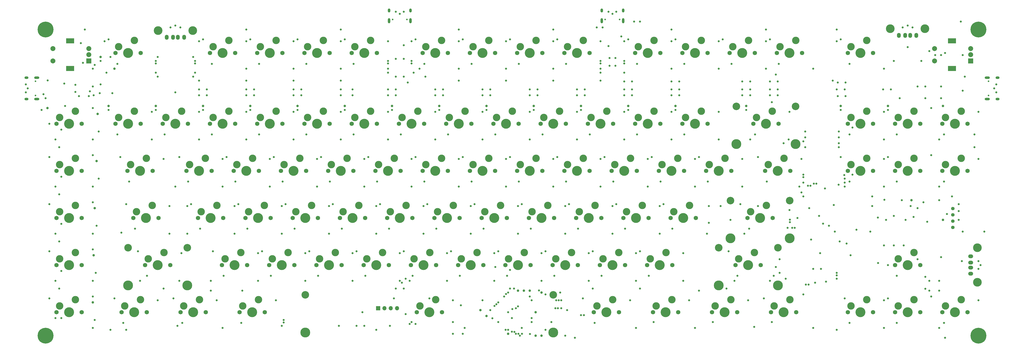
<source format=gts>
%TF.GenerationSoftware,KiCad,Pcbnew,(5.1.10)-1*%
%TF.CreationDate,2021-11-04T23:24:47-04:00*%
%TF.ProjectId,custom_keyboard (f103_ fe2.1),63757374-6f6d-45f6-9b65-79626f617264,rev?*%
%TF.SameCoordinates,Original*%
%TF.FileFunction,Soldermask,Top*%
%TF.FilePolarity,Negative*%
%FSLAX46Y46*%
G04 Gerber Fmt 4.6, Leading zero omitted, Abs format (unit mm)*
G04 Created by KiCad (PCBNEW (5.1.10)-1) date 2021-11-04 23:24:47*
%MOMM*%
%LPD*%
G01*
G04 APERTURE LIST*
%ADD10C,3.000000*%
%ADD11C,1.750000*%
%ADD12C,4.000000*%
%ADD13C,3.048000*%
%ADD14C,3.987800*%
%ADD15C,1.000000*%
%ADD16O,1.700000X1.700000*%
%ADD17R,1.700000X1.700000*%
%ADD18C,0.650000*%
%ADD19O,2.100000X1.000000*%
%ADD20O,1.600000X1.000000*%
%ADD21C,3.500000*%
%ADD22O,1.500000X2.000000*%
%ADD23O,1.000000X2.100000*%
%ADD24O,1.000000X1.600000*%
%ADD25O,2.000000X1.500000*%
%ADD26R,2.000000X2.000000*%
%ADD27C,2.000000*%
%ADD28R,3.200000X2.000000*%
%ADD29C,1.397000*%
%ADD30C,6.400000*%
%ADD31C,0.800000*%
G04 APERTURE END LIST*
D10*
%TO.C,MX84*%
X308114500Y-267952800D03*
X301764500Y-270492800D03*
D11*
X310654500Y-273032800D03*
X300494500Y-273032800D03*
D12*
X305574500Y-273032800D03*
%TD*%
D10*
%TO.C,MX14*%
X410501800Y-163184400D03*
X404151800Y-165724400D03*
D11*
X413041800Y-168264400D03*
X402881800Y-168264400D03*
D12*
X407961800Y-168264400D03*
%TD*%
D13*
%TO.C,MX64*%
X379421100Y-227950200D03*
X355545100Y-227950200D03*
D14*
X379421100Y-243190200D03*
X355545100Y-243190200D03*
D10*
X370023100Y-229855200D03*
X363673100Y-232395200D03*
D11*
X372563100Y-234935200D03*
X362403100Y-234935200D03*
D12*
X367483100Y-234935200D03*
%TD*%
D13*
%TO.C,MX83*%
X284135050Y-266073200D03*
D14*
X284135050Y-281313200D03*
D13*
X184135250Y-266073200D03*
D14*
X184135250Y-281313200D03*
D10*
X236681500Y-267952800D03*
X230331500Y-270492800D03*
D11*
X239221500Y-273032800D03*
X229061500Y-273032800D03*
D12*
X234141500Y-273032800D03*
%TD*%
D15*
%TO.C,BOOT1*%
X279382400Y-265095800D03*
%TD*%
%TO.C,BOOT0*%
X265889500Y-281763500D03*
%TD*%
D16*
%TO.C,J1*%
X221125300Y-271445400D03*
X218585300Y-271445400D03*
X216045300Y-271445400D03*
D17*
X213505300Y-271445400D03*
%TD*%
D15*
%TO.C,X2*%
X254777700Y-272239100D03*
%TD*%
%TO.C,X1*%
X257158800Y-274620200D03*
%TD*%
%TO.C,BKL5*%
X107149500Y-174614000D03*
%TD*%
%TO.C,5-7*%
X428598000Y-227791900D03*
%TD*%
%TO.C,1-4*%
X441297200Y-235728900D03*
%TD*%
%TO.C,ENCB2*%
X272239100Y-264302100D03*
%TD*%
%TO.C,COL1*%
X104768400Y-189694300D03*
%TD*%
%TO.C,COL2*%
X123817200Y-189694300D03*
%TD*%
%TO.C,COL14*%
X361927200Y-189694300D03*
%TD*%
%TO.C,KSDA1*%
X277001300Y-282557200D03*
%TD*%
%TO.C,KSCL1*%
X279382400Y-282557200D03*
%TD*%
%TO.C,BKL3*%
X277001300Y-273032800D03*
%TD*%
%TO.C,COL11*%
X295256400Y-189694300D03*
%TD*%
%TO.C,COL10*%
X276207600Y-189694300D03*
%TD*%
%TO.C,COL9*%
X257158800Y-189694300D03*
%TD*%
%TO.C,COL8*%
X238110000Y-189694300D03*
%TD*%
%TO.C,COL7*%
X219061200Y-189694300D03*
%TD*%
%TO.C,COL6*%
X200012400Y-189694300D03*
%TD*%
%TO.C,COL5*%
X180963600Y-189694300D03*
%TD*%
%TO.C,COL4*%
X161914800Y-189694300D03*
%TD*%
%TO.C,ENCB1*%
X274620200Y-264302100D03*
%TD*%
%TO.C,ENCA1*%
X269858000Y-264302100D03*
%TD*%
%TO.C,COL17*%
X441297200Y-189694300D03*
%TD*%
%TO.C,COL16*%
X419073600Y-189694300D03*
%TD*%
%TO.C,COL15*%
X400024800Y-189694300D03*
%TD*%
%TO.C,ROW0*%
X101593600Y-169851800D03*
%TD*%
%TO.C,ROW1*%
X100403050Y-192869100D03*
%TD*%
%TO.C,ROW2*%
X100006200Y-211917900D03*
%TD*%
%TO.C,ROW3*%
X99212500Y-230966700D03*
%TD*%
%TO.C,ROW4*%
X98815650Y-250015500D03*
%TD*%
%TO.C,ROW5*%
X98418800Y-269064300D03*
%TD*%
%TO.C,COL0*%
X80163700Y-190488000D03*
%TD*%
%TO.C,COL3*%
X142866000Y-189694300D03*
%TD*%
%TO.C,COL13*%
X333354000Y-189694300D03*
%TD*%
%TO.C,COL12*%
X314305200Y-189694300D03*
%TD*%
D10*
%TO.C,MX7*%
X258111400Y-163184400D03*
X251761400Y-165724400D03*
D11*
X260651400Y-168264400D03*
X250491400Y-168264400D03*
D12*
X255571400Y-168264400D03*
%TD*%
D10*
%TO.C,MX6*%
X239062600Y-163184400D03*
X232712600Y-165724400D03*
D11*
X241602600Y-168264400D03*
X231442600Y-168264400D03*
D12*
X236522600Y-168264400D03*
%TD*%
D18*
%TO.C,USB2*%
X75301900Y-179661000D03*
X75301900Y-185441000D03*
D19*
X75831900Y-186871000D03*
X75831900Y-178231000D03*
D20*
X71651900Y-186871000D03*
X71651900Y-178231000D03*
%TD*%
D21*
%TO.C,USB3*%
X124754200Y-159204800D03*
D22*
X135254200Y-161914800D03*
X132754200Y-161914800D03*
X130754200Y-161914800D03*
D21*
X138754200Y-159204800D03*
D22*
X128254200Y-161914800D03*
%TD*%
D21*
%TO.C,USB6*%
X420010600Y-158411100D03*
D22*
X430510600Y-161121100D03*
X428010600Y-161121100D03*
X426010600Y-161121100D03*
D21*
X434010600Y-158411100D03*
D22*
X423510600Y-161121100D03*
%TD*%
D10*
%TO.C,MX78*%
X429550600Y-248904000D03*
X423200600Y-251444000D03*
D11*
X432090600Y-253984000D03*
X421930600Y-253984000D03*
D12*
X427010600Y-253984000D03*
%TD*%
D10*
%TO.C,MX19*%
X172391800Y-191757600D03*
X166041800Y-194297600D03*
D11*
X174931800Y-196837600D03*
X164771800Y-196837600D03*
D12*
X169851800Y-196837600D03*
%TD*%
D18*
%TO.C,USB1*%
X225126000Y-154671900D03*
X219346000Y-154671900D03*
D23*
X217916000Y-155201900D03*
X226556000Y-155201900D03*
D24*
X217916000Y-151021900D03*
X226556000Y-151021900D03*
%TD*%
D21*
%TO.C,USB4*%
X455119000Y-246984000D03*
D25*
X452409000Y-257484000D03*
X452409000Y-254984000D03*
X452409000Y-252984000D03*
D21*
X455119000Y-260984000D03*
D25*
X452409000Y-250484000D03*
%TD*%
D10*
%TO.C,MX32*%
X448599400Y-191757600D03*
X442249400Y-194297600D03*
D11*
X451139400Y-196837600D03*
X440979400Y-196837600D03*
D12*
X446059400Y-196837600D03*
%TD*%
D18*
%TO.C,USB7*%
X459651900Y-185441000D03*
X459651900Y-179661000D03*
D19*
X459121900Y-178231000D03*
X459121900Y-186871000D03*
D20*
X463301900Y-178231000D03*
X463301900Y-186871000D03*
%TD*%
D26*
%TO.C,ROT1*%
X96831400Y-171439200D03*
D27*
X96831400Y-168939200D03*
X96831400Y-166439200D03*
D28*
X89331400Y-174539200D03*
X89331400Y-163339200D03*
D27*
X82331400Y-171439200D03*
X82331400Y-166439200D03*
%TD*%
D26*
%TO.C,ROT2*%
X452409000Y-171439200D03*
D27*
X452409000Y-168939200D03*
X452409000Y-166439200D03*
D28*
X444909000Y-174539200D03*
X444909000Y-163339200D03*
D27*
X437909000Y-171439200D03*
X437909000Y-166439200D03*
%TD*%
D18*
%TO.C,USB5*%
X310845600Y-154671900D03*
X305065600Y-154671900D03*
D23*
X303635600Y-155201900D03*
X312275600Y-155201900D03*
D24*
X303635600Y-151021900D03*
X312275600Y-151021900D03*
%TD*%
D29*
%TO.C,OL1*%
X445265700Y-238745200D03*
X445265700Y-236205200D03*
X445265700Y-233665200D03*
X445265700Y-231125200D03*
%TD*%
D10*
%TO.C,MX1*%
X115245400Y-163184400D03*
X108895400Y-165724400D03*
D11*
X117785400Y-168264400D03*
X107625400Y-168264400D03*
D12*
X112705400Y-168264400D03*
%TD*%
D10*
%TO.C,MX2*%
X153343000Y-163184400D03*
X146993000Y-165724400D03*
D11*
X155883000Y-168264400D03*
X145723000Y-168264400D03*
D12*
X150803000Y-168264400D03*
%TD*%
D10*
%TO.C,MX3*%
X172391800Y-163184400D03*
X166041800Y-165724400D03*
D11*
X174931800Y-168264400D03*
X164771800Y-168264400D03*
D12*
X169851800Y-168264400D03*
%TD*%
D10*
%TO.C,MX4*%
X191440600Y-163184400D03*
X185090600Y-165724400D03*
D11*
X193980600Y-168264400D03*
X183820600Y-168264400D03*
D12*
X188900600Y-168264400D03*
%TD*%
D10*
%TO.C,MX5*%
X210489400Y-163184400D03*
X204139400Y-165724400D03*
D11*
X213029400Y-168264400D03*
X202869400Y-168264400D03*
D12*
X207949400Y-168264400D03*
%TD*%
D10*
%TO.C,MX8*%
X277160200Y-163184400D03*
X270810200Y-165724400D03*
D11*
X279700200Y-168264400D03*
X269540200Y-168264400D03*
D12*
X274620200Y-168264400D03*
%TD*%
D10*
%TO.C,MX9*%
X296209000Y-163184400D03*
X289859000Y-165724400D03*
D11*
X298749000Y-168264400D03*
X288589000Y-168264400D03*
D12*
X293669000Y-168264400D03*
%TD*%
D10*
%TO.C,MX10*%
X324782200Y-163184400D03*
X318432200Y-165724400D03*
D11*
X327322200Y-168264400D03*
X317162200Y-168264400D03*
D12*
X322242200Y-168264400D03*
%TD*%
D10*
%TO.C,MX11*%
X343831000Y-163184400D03*
X337481000Y-165724400D03*
D11*
X346371000Y-168264400D03*
X336211000Y-168264400D03*
D12*
X341291000Y-168264400D03*
%TD*%
D10*
%TO.C,MX12*%
X362879800Y-163184400D03*
X356529800Y-165724400D03*
D11*
X365419800Y-168264400D03*
X355259800Y-168264400D03*
D12*
X360339800Y-168264400D03*
%TD*%
D10*
%TO.C,MX13*%
X381928600Y-163184400D03*
X375578600Y-165724400D03*
D11*
X384468600Y-168264400D03*
X374308600Y-168264400D03*
D12*
X379388600Y-168264400D03*
%TD*%
D10*
%TO.C,MX15*%
X91434400Y-191757600D03*
X85084400Y-194297600D03*
D11*
X93974400Y-196837600D03*
X83814400Y-196837600D03*
D12*
X88894400Y-196837600D03*
%TD*%
D10*
%TO.C,MX16*%
X115245400Y-191757600D03*
X108895400Y-194297600D03*
D11*
X117785400Y-196837600D03*
X107625400Y-196837600D03*
D12*
X112705400Y-196837600D03*
%TD*%
D10*
%TO.C,MX17*%
X134294200Y-191757600D03*
X127944200Y-194297600D03*
D11*
X136834200Y-196837600D03*
X126674200Y-196837600D03*
D12*
X131754200Y-196837600D03*
%TD*%
D10*
%TO.C,MX18*%
X153343000Y-191757600D03*
X146993000Y-194297600D03*
D11*
X155883000Y-196837600D03*
X145723000Y-196837600D03*
D12*
X150803000Y-196837600D03*
%TD*%
D10*
%TO.C,MX20*%
X191440600Y-191757600D03*
X185090600Y-194297600D03*
D11*
X193980600Y-196837600D03*
X183820600Y-196837600D03*
D12*
X188900600Y-196837600D03*
%TD*%
D10*
%TO.C,MX21*%
X210489400Y-191757600D03*
X204139400Y-194297600D03*
D11*
X213029400Y-196837600D03*
X202869400Y-196837600D03*
D12*
X207949400Y-196837600D03*
%TD*%
D10*
%TO.C,MX22*%
X229538200Y-191757600D03*
X223188200Y-194297600D03*
D11*
X232078200Y-196837600D03*
X221918200Y-196837600D03*
D12*
X226998200Y-196837600D03*
%TD*%
D10*
%TO.C,MX23*%
X248587000Y-191757600D03*
X242237000Y-194297600D03*
D11*
X251127000Y-196837600D03*
X240967000Y-196837600D03*
D12*
X246047000Y-196837600D03*
%TD*%
D10*
%TO.C,MX24*%
X267635800Y-191757600D03*
X261285800Y-194297600D03*
D11*
X270175800Y-196837600D03*
X260015800Y-196837600D03*
D12*
X265095800Y-196837600D03*
%TD*%
D10*
%TO.C,MX25*%
X286684600Y-191757600D03*
X280334600Y-194297600D03*
D11*
X289224600Y-196837600D03*
X279064600Y-196837600D03*
D12*
X284144600Y-196837600D03*
%TD*%
D10*
%TO.C,MX26*%
X305733400Y-191757600D03*
X299383400Y-194297600D03*
D11*
X308273400Y-196837600D03*
X298113400Y-196837600D03*
D12*
X303193400Y-196837600D03*
%TD*%
D10*
%TO.C,MX27*%
X324782200Y-191757600D03*
X318432200Y-194297600D03*
D11*
X327322200Y-196837600D03*
X317162200Y-196837600D03*
D12*
X322242200Y-196837600D03*
%TD*%
D10*
%TO.C,MX28*%
X343831000Y-191757600D03*
X337481000Y-194297600D03*
D11*
X346371000Y-196837600D03*
X336211000Y-196837600D03*
D12*
X341291000Y-196837600D03*
%TD*%
D13*
%TO.C,MX29*%
X381802200Y-189852600D03*
D14*
X381802200Y-205092600D03*
X357926200Y-205092600D03*
D13*
X357926200Y-189852600D03*
D10*
X372404200Y-191757600D03*
X366054200Y-194297600D03*
D11*
X374944200Y-196837600D03*
X364784200Y-196837600D03*
D12*
X369864200Y-196837600D03*
%TD*%
D10*
%TO.C,MX30*%
X410501800Y-191757600D03*
X404151800Y-194297600D03*
D11*
X413041800Y-196837600D03*
X402881800Y-196837600D03*
D12*
X407961800Y-196837600D03*
%TD*%
D10*
%TO.C,MX31*%
X429550600Y-191757600D03*
X423200600Y-194297600D03*
D11*
X432090600Y-196837600D03*
X421930600Y-196837600D03*
D12*
X427010600Y-196837600D03*
%TD*%
D10*
%TO.C,MX33*%
X91434400Y-210806400D03*
X85084400Y-213346400D03*
D11*
X93974400Y-215886400D03*
X83814400Y-215886400D03*
D12*
X88894400Y-215886400D03*
%TD*%
D10*
%TO.C,MX34*%
X120007600Y-210806400D03*
X113657600Y-213346400D03*
D11*
X122547600Y-215886400D03*
X112387600Y-215886400D03*
D12*
X117467600Y-215886400D03*
%TD*%
D10*
%TO.C,MX35*%
X143818600Y-210806400D03*
X137468600Y-213346400D03*
D11*
X146358600Y-215886400D03*
X136198600Y-215886400D03*
D12*
X141278600Y-215886400D03*
%TD*%
D10*
%TO.C,MX36*%
X162867400Y-210806400D03*
X156517400Y-213346400D03*
D11*
X165407400Y-215886400D03*
X155247400Y-215886400D03*
D12*
X160327400Y-215886400D03*
%TD*%
D10*
%TO.C,MX37*%
X181916200Y-210806400D03*
X175566200Y-213346400D03*
D11*
X184456200Y-215886400D03*
X174296200Y-215886400D03*
D12*
X179376200Y-215886400D03*
%TD*%
D10*
%TO.C,MX38*%
X200965000Y-210806400D03*
X194615000Y-213346400D03*
D11*
X203505000Y-215886400D03*
X193345000Y-215886400D03*
D12*
X198425000Y-215886400D03*
%TD*%
D10*
%TO.C,MX39*%
X220013800Y-210806400D03*
X213663800Y-213346400D03*
D11*
X222553800Y-215886400D03*
X212393800Y-215886400D03*
D12*
X217473800Y-215886400D03*
%TD*%
D10*
%TO.C,MX40*%
X239062600Y-210806400D03*
X232712600Y-213346400D03*
D11*
X241602600Y-215886400D03*
X231442600Y-215886400D03*
D12*
X236522600Y-215886400D03*
%TD*%
D10*
%TO.C,MX41*%
X258111400Y-210806400D03*
X251761400Y-213346400D03*
D11*
X260651400Y-215886400D03*
X250491400Y-215886400D03*
D12*
X255571400Y-215886400D03*
%TD*%
D10*
%TO.C,MX42*%
X277160200Y-210806400D03*
X270810200Y-213346400D03*
D11*
X279700200Y-215886400D03*
X269540200Y-215886400D03*
D12*
X274620200Y-215886400D03*
%TD*%
D10*
%TO.C,MX43*%
X296209000Y-210806400D03*
X289859000Y-213346400D03*
D11*
X298749000Y-215886400D03*
X288589000Y-215886400D03*
D12*
X293669000Y-215886400D03*
%TD*%
D10*
%TO.C,MX45*%
X334306600Y-210806400D03*
X327956600Y-213346400D03*
D11*
X336846600Y-215886400D03*
X326686600Y-215886400D03*
D12*
X331766600Y-215886400D03*
%TD*%
D10*
%TO.C,MX46*%
X353355400Y-210806400D03*
X347005400Y-213346400D03*
D11*
X355895400Y-215886400D03*
X345735400Y-215886400D03*
D12*
X350815400Y-215886400D03*
%TD*%
D10*
%TO.C,MX48*%
X410501800Y-210806400D03*
X404151800Y-213346400D03*
D11*
X413041800Y-215886400D03*
X402881800Y-215886400D03*
D12*
X407961800Y-215886400D03*
%TD*%
D10*
%TO.C,MX49*%
X429550600Y-210806400D03*
X423200600Y-213346400D03*
D11*
X432090600Y-215886400D03*
X421930600Y-215886400D03*
D12*
X427010600Y-215886400D03*
%TD*%
D10*
%TO.C,MX51*%
X91434400Y-229855200D03*
X85084400Y-232395200D03*
D11*
X93974400Y-234935200D03*
X83814400Y-234935200D03*
D12*
X88894400Y-234935200D03*
%TD*%
D10*
%TO.C,MX52*%
X122388700Y-229855200D03*
X116038700Y-232395200D03*
D11*
X124928700Y-234935200D03*
X114768700Y-234935200D03*
D12*
X119848700Y-234935200D03*
%TD*%
D10*
%TO.C,MX53*%
X148522500Y-229855200D03*
X142172500Y-232395200D03*
D11*
X151062500Y-234935200D03*
X140902500Y-234935200D03*
D12*
X145982500Y-234935200D03*
%TD*%
D10*
%TO.C,MX54*%
X167629600Y-229855200D03*
X161279600Y-232395200D03*
D11*
X170169600Y-234935200D03*
X160009600Y-234935200D03*
D12*
X165089600Y-234935200D03*
%TD*%
D10*
%TO.C,MX55*%
X186678400Y-229855200D03*
X180328400Y-232395200D03*
D11*
X189218400Y-234935200D03*
X179058400Y-234935200D03*
D12*
X184138400Y-234935200D03*
%TD*%
D10*
%TO.C,MX56*%
X205727200Y-229855200D03*
X199377200Y-232395200D03*
D11*
X208267200Y-234935200D03*
X198107200Y-234935200D03*
D12*
X203187200Y-234935200D03*
%TD*%
D10*
%TO.C,MX57*%
X224776000Y-229855200D03*
X218426000Y-232395200D03*
D11*
X227316000Y-234935200D03*
X217156000Y-234935200D03*
D12*
X222236000Y-234935200D03*
%TD*%
D10*
%TO.C,MX59*%
X262873600Y-229855200D03*
X256523600Y-232395200D03*
D11*
X265413600Y-234935200D03*
X255253600Y-234935200D03*
D12*
X260333600Y-234935200D03*
%TD*%
D10*
%TO.C,MX60*%
X281922400Y-229855200D03*
X275572400Y-232395200D03*
D11*
X284462400Y-234935200D03*
X274302400Y-234935200D03*
D12*
X279382400Y-234935200D03*
%TD*%
D10*
%TO.C,MX61*%
X300971200Y-229855200D03*
X294621200Y-232395200D03*
D11*
X303511200Y-234935200D03*
X293351200Y-234935200D03*
D12*
X298431200Y-234935200D03*
%TD*%
D10*
%TO.C,MX63*%
X339068800Y-229855200D03*
X332718800Y-232395200D03*
D11*
X341608800Y-234935200D03*
X331448800Y-234935200D03*
D12*
X336528800Y-234935200D03*
%TD*%
D10*
%TO.C,MX65*%
X91434400Y-248904000D03*
X85084400Y-251444000D03*
D11*
X93974400Y-253984000D03*
X83814400Y-253984000D03*
D12*
X88894400Y-253984000D03*
%TD*%
D13*
%TO.C,MX66*%
X136548900Y-246999000D03*
X112672900Y-246999000D03*
D14*
X136548900Y-262239000D03*
X112672900Y-262239000D03*
D10*
X127150900Y-248904000D03*
X120800900Y-251444000D03*
D11*
X129690900Y-253984000D03*
X119530900Y-253984000D03*
D12*
X124610900Y-253984000D03*
%TD*%
D10*
%TO.C,MX67*%
X158105200Y-248904000D03*
X151755200Y-251444000D03*
D11*
X160645200Y-253984000D03*
X150485200Y-253984000D03*
D12*
X155565200Y-253984000D03*
%TD*%
D10*
%TO.C,MX68*%
X177154000Y-248904000D03*
X170804000Y-251444000D03*
D11*
X179694000Y-253984000D03*
X169534000Y-253984000D03*
D12*
X174614000Y-253984000D03*
%TD*%
D10*
%TO.C,MX69*%
X196202800Y-248904000D03*
X189852800Y-251444000D03*
D11*
X198742800Y-253984000D03*
X188582800Y-253984000D03*
D12*
X193662800Y-253984000D03*
%TD*%
D10*
%TO.C,MX70*%
X215251600Y-248904000D03*
X208901600Y-251444000D03*
D11*
X217791600Y-253984000D03*
X207631600Y-253984000D03*
D12*
X212711600Y-253984000D03*
%TD*%
D10*
%TO.C,MX71*%
X234300400Y-248904000D03*
X227950400Y-251444000D03*
D11*
X236840400Y-253984000D03*
X226680400Y-253984000D03*
D12*
X231760400Y-253984000D03*
%TD*%
D10*
%TO.C,MX72*%
X253349200Y-248904000D03*
X246999200Y-251444000D03*
D11*
X255889200Y-253984000D03*
X245729200Y-253984000D03*
D12*
X250809200Y-253984000D03*
%TD*%
D10*
%TO.C,MX73*%
X272398000Y-248904000D03*
X266048000Y-251444000D03*
D11*
X274938000Y-253984000D03*
X264778000Y-253984000D03*
D12*
X269858000Y-253984000D03*
%TD*%
D10*
%TO.C,MX74*%
X291446800Y-248904000D03*
X285096800Y-251444000D03*
D11*
X293986800Y-253984000D03*
X283826800Y-253984000D03*
D12*
X288906800Y-253984000D03*
%TD*%
D10*
%TO.C,MX75*%
X310495600Y-248904000D03*
X304145600Y-251444000D03*
D11*
X313035600Y-253984000D03*
X302875600Y-253984000D03*
D12*
X307955600Y-253984000D03*
%TD*%
D10*
%TO.C,MX76*%
X329544400Y-248904000D03*
X323194400Y-251444000D03*
D11*
X332084400Y-253984000D03*
X321924400Y-253984000D03*
D12*
X327004400Y-253984000D03*
%TD*%
%TO.C,MX77*%
X362720900Y-253984000D03*
D11*
X357640900Y-253984000D03*
X367800900Y-253984000D03*
D10*
X358910900Y-251444000D03*
X365260900Y-248904000D03*
D14*
X350814650Y-262239000D03*
X374690650Y-262239000D03*
D13*
X350814650Y-246999000D03*
X374690650Y-246999000D03*
%TD*%
D10*
%TO.C,MX79*%
X91434400Y-267952800D03*
X85084400Y-270492800D03*
D11*
X93974400Y-273032800D03*
X83814400Y-273032800D03*
D12*
X88894400Y-273032800D03*
%TD*%
D10*
%TO.C,MX80*%
X117626500Y-267952800D03*
X111276500Y-270492800D03*
D11*
X120166500Y-273032800D03*
X110006500Y-273032800D03*
D12*
X115086500Y-273032800D03*
%TD*%
D10*
%TO.C,MX81*%
X141437500Y-267952800D03*
X135087500Y-270492800D03*
D11*
X143977500Y-273032800D03*
X133817500Y-273032800D03*
D12*
X138897500Y-273032800D03*
%TD*%
D10*
%TO.C,MX82*%
X165248500Y-267952800D03*
X158898500Y-270492800D03*
D11*
X167788500Y-273032800D03*
X157628500Y-273032800D03*
D12*
X162708500Y-273032800D03*
%TD*%
D10*
%TO.C,MX85*%
X331925500Y-267952800D03*
X325575500Y-270492800D03*
D11*
X334465500Y-273032800D03*
X324305500Y-273032800D03*
D12*
X329385500Y-273032800D03*
%TD*%
D10*
%TO.C,MX86*%
X355736500Y-267952800D03*
X349386500Y-270492800D03*
D11*
X358276500Y-273032800D03*
X348116500Y-273032800D03*
D12*
X353196500Y-273032800D03*
%TD*%
D10*
%TO.C,MX89*%
X429550600Y-267952800D03*
X423200600Y-270492800D03*
D11*
X432090600Y-273032800D03*
X421930600Y-273032800D03*
D12*
X427010600Y-273032800D03*
%TD*%
D10*
%TO.C,MX47*%
X377166400Y-210806400D03*
X370816400Y-213346400D03*
D11*
X379706400Y-215886400D03*
X369546400Y-215886400D03*
D12*
X374626400Y-215886400D03*
%TD*%
D10*
%TO.C,MX44*%
X315257800Y-210806400D03*
X308907800Y-213346400D03*
D11*
X317797800Y-215886400D03*
X307637800Y-215886400D03*
D12*
X312717800Y-215886400D03*
%TD*%
D30*
%TO.C,H1*%
X79370000Y-158740000D03*
%TD*%
%TO.C,H2*%
X79370000Y-282557200D03*
%TD*%
%TO.C,H3*%
X455583800Y-158740000D03*
%TD*%
%TO.C,H4*%
X455583800Y-282557200D03*
%TD*%
D10*
%TO.C,MX88*%
X410501800Y-267952800D03*
X404151800Y-270492800D03*
D11*
X413041800Y-273032800D03*
X402881800Y-273032800D03*
D12*
X407961800Y-273032800D03*
%TD*%
D10*
%TO.C,MX87*%
X379547500Y-267952800D03*
X373197500Y-270492800D03*
D11*
X382087500Y-273032800D03*
X371927500Y-273032800D03*
D12*
X377007500Y-273032800D03*
%TD*%
D10*
%TO.C,MX50*%
X448599400Y-210806400D03*
X442249400Y-213346400D03*
D11*
X451139400Y-215886400D03*
X440979400Y-215886400D03*
D12*
X446059400Y-215886400D03*
%TD*%
D10*
%TO.C,MX90*%
X448599400Y-267952800D03*
X442249400Y-270492800D03*
D11*
X451139400Y-273032800D03*
X440979400Y-273032800D03*
D12*
X446059400Y-273032800D03*
%TD*%
D10*
%TO.C,MX58*%
X243824800Y-229855200D03*
X237474800Y-232395200D03*
D11*
X246364800Y-234935200D03*
X236204800Y-234935200D03*
D12*
X241284800Y-234935200D03*
%TD*%
D10*
%TO.C,MX62*%
X320020000Y-229855200D03*
X313670000Y-232395200D03*
D11*
X322560000Y-234935200D03*
X312400000Y-234935200D03*
D12*
X317480000Y-234935200D03*
%TD*%
D31*
X141675450Y-239300550D03*
X260333600Y-260333600D03*
X348434300Y-277001300D03*
X324623300Y-277001300D03*
X383357100Y-222236000D03*
X266683200Y-255968250D03*
X99212500Y-173026600D03*
X306765050Y-170248650D03*
X309146150Y-170248650D03*
X306765050Y-173423450D03*
X309146150Y-173423450D03*
X435741300Y-264302100D03*
X439709800Y-264302100D03*
X375420100Y-251602900D03*
X174614000Y-278588700D03*
X353990200Y-263508400D03*
X440503500Y-250809200D03*
X430979100Y-251602900D03*
X83338500Y-222236000D03*
X396850000Y-179376200D03*
X296050100Y-267476900D03*
X146040800Y-260333600D03*
X117467600Y-260333600D03*
X361133500Y-241284800D03*
X83338500Y-241284800D03*
X83338500Y-260333600D03*
X83338500Y-275413900D03*
X146040800Y-264302100D03*
X126992000Y-263508400D03*
X98418800Y-260333600D03*
X83338500Y-203187200D03*
X84925900Y-263508400D03*
X84925900Y-244459600D03*
X84925900Y-225410800D03*
X84925900Y-206362000D03*
X303193400Y-179376200D03*
X284144600Y-179376200D03*
X265095800Y-179376200D03*
X246047000Y-179376200D03*
X198425000Y-179376200D03*
X179376200Y-179376200D03*
X160327400Y-179376200D03*
X141278600Y-179376200D03*
X105562100Y-169851800D03*
X203584050Y-172629750D03*
X146437650Y-172629750D03*
X358355550Y-258349350D03*
X363117750Y-239300550D03*
X422645250Y-258349350D03*
X120245550Y-258349350D03*
X108340050Y-172629750D03*
X441694050Y-277398150D03*
X422645250Y-277398150D03*
X403596450Y-277398150D03*
X158343150Y-277398150D03*
X284541450Y-258349350D03*
X303590250Y-258349350D03*
X322639050Y-258349350D03*
X371451600Y-260333600D03*
X246443850Y-258349350D03*
X227395050Y-258349350D03*
X208346250Y-258349350D03*
X189297450Y-258349350D03*
X170248650Y-258349350D03*
X151199850Y-258349350D03*
X251206050Y-220251750D03*
X246047000Y-222236000D03*
X232157250Y-220251750D03*
X226998200Y-222236000D03*
X213108450Y-220251750D03*
X207949400Y-222236000D03*
X194059650Y-220251750D03*
X188900600Y-222236000D03*
X175010850Y-220251750D03*
X169851800Y-222236000D03*
X155962050Y-220251750D03*
X150803000Y-222236000D03*
X136913250Y-220251750D03*
X131754200Y-222236000D03*
X113102250Y-220251750D03*
X109927450Y-240887950D03*
X115483350Y-239300550D03*
X129373100Y-241284800D03*
X360339800Y-222236000D03*
X265095800Y-222236000D03*
X270254850Y-220251750D03*
X284144600Y-222236000D03*
X289303650Y-220251750D03*
X303193400Y-222236000D03*
X308352450Y-220251750D03*
X322242200Y-222236000D03*
X327401250Y-220251750D03*
X346450050Y-220251750D03*
X341291000Y-222236000D03*
X370261050Y-220251750D03*
X417486200Y-222236000D03*
X422645250Y-220251750D03*
X439709800Y-222236000D03*
X441694050Y-220251750D03*
X453996400Y-206362000D03*
X453996400Y-201202950D03*
X441694050Y-201202950D03*
X439709800Y-203187200D03*
X422645250Y-201202950D03*
X417486200Y-203187200D03*
X146437650Y-201202950D03*
X378991750Y-203187200D03*
X365498850Y-201202950D03*
X350815400Y-203187200D03*
X336925650Y-201202950D03*
X331766600Y-203187200D03*
X317876850Y-201202950D03*
X312717800Y-203187200D03*
X298828050Y-201202950D03*
X293669000Y-203187200D03*
X279779250Y-201202950D03*
X274620200Y-203187200D03*
X260730450Y-201202950D03*
X255571400Y-203187200D03*
X241681650Y-201202950D03*
X236522600Y-203187200D03*
X222632850Y-201202950D03*
X203584050Y-201202950D03*
X217473800Y-203187200D03*
X198425000Y-203187200D03*
X184535250Y-201202950D03*
X179376200Y-203187200D03*
X165486450Y-201202950D03*
X160327400Y-203187200D03*
X141278600Y-203187200D03*
X127388850Y-201202950D03*
X122229800Y-203187200D03*
X108340050Y-201202950D03*
X403596450Y-172629750D03*
X375023250Y-172629750D03*
X198425000Y-174614000D03*
X184535250Y-172629750D03*
X179376200Y-174614000D03*
X165486450Y-172629750D03*
X160327400Y-174614000D03*
X331766600Y-174614000D03*
X317876850Y-172629750D03*
X350815400Y-174614000D03*
X336925650Y-172629750D03*
X369864200Y-174614000D03*
X355974450Y-172629750D03*
X284144600Y-174614000D03*
X289303650Y-172629750D03*
X265095800Y-174614000D03*
X270254850Y-172629750D03*
X251206050Y-172629750D03*
X232157250Y-172629750D03*
X246047000Y-174614000D03*
X110721150Y-277398150D03*
X134532150Y-277398150D03*
X373832700Y-254777700D03*
X160724250Y-239300550D03*
X179773050Y-239300550D03*
X198821850Y-239300550D03*
X217870650Y-239300550D03*
X236919450Y-239300550D03*
X255968250Y-239300550D03*
X275017050Y-239300550D03*
X294065850Y-239300550D03*
X313114650Y-239300550D03*
X332163450Y-239300550D03*
X403993300Y-250015500D03*
X439709800Y-279382400D03*
X417486200Y-279382400D03*
X388913000Y-279382400D03*
X365102000Y-278985550D03*
X341291000Y-279382400D03*
X317480000Y-279382400D03*
X150803000Y-279382400D03*
X98418800Y-279382400D03*
X98418800Y-222236000D03*
X346053200Y-241284800D03*
X327004400Y-241284800D03*
X307955600Y-241284800D03*
X288906800Y-241284800D03*
X269858000Y-241284800D03*
X250809200Y-241284800D03*
X231760400Y-241284800D03*
X212711600Y-241284800D03*
X193662800Y-241284800D03*
X174614000Y-241284800D03*
X155565200Y-241284800D03*
X136516400Y-241284800D03*
X98418800Y-241284800D03*
X133341600Y-260333600D03*
X165089600Y-260333600D03*
X336528800Y-260333600D03*
X317480000Y-260333600D03*
X298431200Y-260333600D03*
X222236000Y-260333600D03*
X203187200Y-260333600D03*
X184138400Y-260333600D03*
X246047000Y-158740000D03*
X284144600Y-158740000D03*
X160327400Y-158740000D03*
X198425000Y-158740000D03*
X331766600Y-158740000D03*
X369864200Y-158740000D03*
X398437400Y-158740000D03*
X438122400Y-169058100D03*
X384944500Y-203980900D03*
X357165000Y-260333600D03*
X395262600Y-238110000D03*
X230173000Y-174614000D03*
X412724000Y-230173000D03*
X421454700Y-234141500D03*
X411930300Y-240491100D03*
X402405900Y-245253300D03*
X417486200Y-246047000D03*
X421454700Y-246047000D03*
X425423200Y-246047000D03*
X415105100Y-253190300D03*
X433360200Y-228585600D03*
X288906800Y-282557200D03*
X442090900Y-283350900D03*
X79370000Y-186519500D03*
X80213900Y-179326000D03*
X303987100Y-157946300D03*
X406374400Y-239697400D03*
X434153900Y-186519500D03*
X440503500Y-186519500D03*
X423835800Y-186519500D03*
X434153900Y-181757300D03*
X447646800Y-235728900D03*
X435741300Y-260333600D03*
X439709800Y-260333600D03*
X228585600Y-277795000D03*
X243665900Y-277001300D03*
X363514600Y-203187200D03*
X98815650Y-185328950D03*
X372245300Y-277001300D03*
X87307000Y-189694300D03*
X427010600Y-165883300D03*
X289700500Y-272239100D03*
X316686300Y-155565200D03*
X448440500Y-155565200D03*
X447646800Y-229379300D03*
X442884600Y-233347800D03*
X439709800Y-227791900D03*
X447646800Y-232157250D03*
X283350900Y-277001300D03*
X265492650Y-258349350D03*
X274620200Y-266683200D03*
X269064300Y-271445400D03*
X265889500Y-273032800D03*
X98418800Y-203187200D03*
X388913000Y-174614000D03*
X266683200Y-263508400D03*
X280969800Y-265889500D03*
X224617100Y-273826500D03*
X219854900Y-267476900D03*
X389706700Y-261127300D03*
X403596450Y-220251750D03*
X403596450Y-201202950D03*
X355577600Y-235728900D03*
X366689400Y-230173000D03*
X404787000Y-217473800D03*
X404787000Y-198425000D03*
X261921000Y-277001300D03*
X397643700Y-240491100D03*
X85719600Y-218267500D03*
X85719600Y-199218700D03*
X85719600Y-237316300D03*
X85719600Y-256365100D03*
X85719600Y-275413900D03*
X241284800Y-260333600D03*
X275413900Y-277001300D03*
X286922550Y-265095800D03*
X448837350Y-252396600D03*
X247634400Y-281763500D03*
X243665900Y-281763500D03*
X260730450Y-254777700D03*
X197631300Y-278588700D03*
X204774600Y-278588700D03*
X220648600Y-170645500D03*
X220648600Y-177788800D03*
X223823400Y-177788800D03*
X223823400Y-170645500D03*
X86910150Y-180566750D03*
X92862900Y-185725800D03*
X223823400Y-165089600D03*
X226998200Y-163502200D03*
X303193400Y-174614000D03*
X217473800Y-174614000D03*
X449234200Y-169058100D03*
X279382400Y-260333600D03*
X226204500Y-260333600D03*
X417642500Y-227635600D03*
X424629500Y-227791900D03*
X280969800Y-280176100D03*
X207155700Y-273032800D03*
X218267500Y-278588700D03*
X412724000Y-226204500D03*
X388119300Y-243665900D03*
X444868850Y-226204500D03*
X391690950Y-249221800D03*
X132547900Y-278588700D03*
X232554100Y-177788800D03*
X124610900Y-169851800D03*
X124610900Y-177788800D03*
X138897500Y-169851800D03*
X138897500Y-177788800D03*
X131754200Y-184138400D03*
X430979100Y-181757300D03*
X122229800Y-192075400D03*
X141278600Y-192075400D03*
X160327400Y-192075400D03*
X179376200Y-192075400D03*
X198425000Y-192075400D03*
X217473800Y-192075400D03*
X236522600Y-192075400D03*
X255571400Y-192075400D03*
X274620200Y-192075400D03*
X293669000Y-192075400D03*
X312717800Y-192075400D03*
X331766600Y-192075400D03*
X350815400Y-192075400D03*
X379388600Y-192075400D03*
X300812300Y-277398150D03*
X292875300Y-283350900D03*
X384944500Y-265889500D03*
X417486200Y-174614000D03*
X234141500Y-267476900D03*
X440503500Y-181757300D03*
X97228250Y-183741550D03*
X98418800Y-181757300D03*
X141278600Y-182947850D03*
X144453400Y-182947850D03*
X141278600Y-185328950D03*
X144453400Y-185328950D03*
X163502200Y-185328950D03*
X160327400Y-185328950D03*
X160327400Y-182947850D03*
X163502200Y-182947850D03*
X182551000Y-182947850D03*
X182551000Y-185328950D03*
X179376200Y-185328950D03*
X179376200Y-182947850D03*
X217473800Y-185328950D03*
X220648600Y-185328950D03*
X239697400Y-185328950D03*
X236522600Y-185328950D03*
X258746200Y-185328950D03*
X255571400Y-185328950D03*
X277795000Y-185328950D03*
X296843800Y-185328950D03*
X274620200Y-185328950D03*
X293669000Y-185328950D03*
X331766600Y-185328950D03*
X315892600Y-185328950D03*
X334941400Y-185328950D03*
X312717800Y-185328950D03*
X360339800Y-185328950D03*
X363514600Y-185328950D03*
X371451600Y-185328950D03*
X374626400Y-185328950D03*
X217473800Y-182947850D03*
X220648600Y-182947850D03*
X236522600Y-182947850D03*
X239697400Y-182947850D03*
X255571400Y-182947850D03*
X277795000Y-182947850D03*
X274620200Y-182947850D03*
X258746200Y-182947850D03*
X296843800Y-182947850D03*
X293669000Y-182947850D03*
X312717800Y-182947850D03*
X334941400Y-182947850D03*
X315892600Y-182947850D03*
X331766600Y-182947850D03*
X360339800Y-182947850D03*
X363514600Y-182947850D03*
X371451600Y-182947850D03*
X374626400Y-182947850D03*
X402009050Y-185725800D03*
X398834250Y-185725800D03*
X402009050Y-180169900D03*
X398834250Y-180169900D03*
X374626400Y-179773050D03*
X331766600Y-179773050D03*
X371451600Y-179773050D03*
X315892600Y-179773050D03*
X334941400Y-179773050D03*
X312717800Y-179773050D03*
X360339800Y-179773050D03*
X363514600Y-179773050D03*
X398437400Y-182947850D03*
X401612200Y-182947850D03*
X420264150Y-182947850D03*
X417089350Y-182947850D03*
X394072050Y-260730450D03*
X392087800Y-255571400D03*
X388913000Y-255571400D03*
X198425000Y-185328950D03*
X203187200Y-185328950D03*
X198425000Y-182947850D03*
X203187200Y-182947850D03*
X101196750Y-184535250D03*
X106355800Y-184535250D03*
X382563400Y-234935200D03*
X379388600Y-231760400D03*
X384944500Y-226204500D03*
X387325600Y-230966700D03*
X378594900Y-238903700D03*
X346846900Y-230173000D03*
X346846900Y-236919450D03*
X351609100Y-230173000D03*
X246840700Y-270254850D03*
X243665900Y-268270600D03*
X255571400Y-268270600D03*
X417486200Y-192075400D03*
X150803000Y-211124200D03*
X169851800Y-211124200D03*
X188900600Y-211124200D03*
X207949400Y-211124200D03*
X226998200Y-211124200D03*
X246047000Y-211124200D03*
X265095800Y-211124200D03*
X284144600Y-211124200D03*
X303193400Y-211124200D03*
X322242200Y-211124200D03*
X341291000Y-211124200D03*
X360339800Y-211124200D03*
X417486200Y-211124200D03*
X455583800Y-192075400D03*
X455583800Y-211124200D03*
X141278600Y-163502200D03*
X160327400Y-163502200D03*
X179376200Y-163502200D03*
X198425000Y-163502200D03*
X217473800Y-163502200D03*
X246047000Y-163502200D03*
X265095800Y-163502200D03*
X284144600Y-163502200D03*
X303193400Y-163502200D03*
X312717800Y-163502200D03*
X331766600Y-163502200D03*
X350815400Y-163502200D03*
X369864200Y-163502200D03*
X398437400Y-163502200D03*
X136516400Y-230173000D03*
X155565200Y-230173000D03*
X174614000Y-230173000D03*
X193662800Y-230173000D03*
X212711600Y-230173000D03*
X231760400Y-230173000D03*
X250809200Y-230173000D03*
X269858000Y-230173000D03*
X288906800Y-230173000D03*
X307955600Y-230173000D03*
X327004400Y-230173000D03*
X317480000Y-249221800D03*
X298431200Y-249221800D03*
X279382400Y-249221800D03*
X260333600Y-249221800D03*
X241284800Y-249221800D03*
X222236000Y-249221800D03*
X203187200Y-249221800D03*
X184138400Y-249221800D03*
X165089600Y-249221800D03*
X134135300Y-249221800D03*
X129373100Y-230173000D03*
X126992000Y-211124200D03*
X384150800Y-211124200D03*
X124610900Y-268270600D03*
X148421900Y-268270600D03*
X172232900Y-268270600D03*
X338909900Y-268270600D03*
X362720900Y-268270600D03*
X417486200Y-268270600D03*
X455583800Y-268270600D03*
X315098900Y-268270600D03*
X98418800Y-266683200D03*
X98418800Y-247634400D03*
X98418800Y-228585600D03*
X98418800Y-209536800D03*
X98418800Y-190488000D03*
X103181000Y-163502200D03*
X95244000Y-158740000D03*
X336528800Y-249221800D03*
X399172300Y-221501100D03*
X428201150Y-230173000D03*
X429391700Y-234538350D03*
X430979100Y-230966700D03*
X399627950Y-244459600D03*
X414989297Y-234819397D03*
X418279900Y-235728900D03*
X434947600Y-236522600D03*
X267476900Y-275413900D03*
X267629898Y-271782800D03*
X397218900Y-229748200D03*
X391294100Y-234141500D03*
X426216900Y-235728900D03*
X129769950Y-157946300D03*
X133738450Y-157946300D03*
X425026350Y-157946300D03*
X428994850Y-157946300D03*
X222236000Y-152390400D03*
X220648600Y-151596700D03*
X223823400Y-151596700D03*
X306368200Y-151596700D03*
X309543000Y-151596700D03*
X427010600Y-157152600D03*
X462727100Y-180963600D03*
X462727100Y-184138400D03*
X71433000Y-184138400D03*
X71433000Y-180963600D03*
X455583800Y-255571400D03*
X455583800Y-252396600D03*
X461933400Y-182551000D03*
X307955600Y-152390400D03*
X131754200Y-157152600D03*
X72226700Y-182551000D03*
X456377500Y-253984000D03*
X258746200Y-272239100D03*
X123817200Y-191281700D03*
X133341600Y-210330500D03*
X138103800Y-229379300D03*
X130960500Y-267476900D03*
X259557769Y-275485740D03*
X146834500Y-248428100D03*
X107149500Y-267476900D03*
X116673900Y-248428100D03*
X111911700Y-229379300D03*
X109530600Y-210330500D03*
X104768400Y-191281700D03*
X104768400Y-162708500D03*
X248428100Y-279382400D03*
X166677000Y-248428100D03*
X157152600Y-229379300D03*
X152390400Y-210330500D03*
X142866000Y-191281700D03*
X142866000Y-162708500D03*
X158740000Y-264302100D03*
X260449403Y-270535897D03*
X100799900Y-219061200D03*
X384944500Y-217473800D03*
X269082394Y-281788020D03*
X401496397Y-217589603D03*
X375420100Y-257158800D03*
X99609350Y-257158800D03*
X270661666Y-282571206D03*
X398437400Y-257158800D03*
X421454700Y-171439200D03*
X101593600Y-171439200D03*
X226998200Y-171439200D03*
X217473800Y-171439200D03*
X432566500Y-171439200D03*
X123817200Y-171439200D03*
X139691200Y-171439200D03*
X303193400Y-171439200D03*
X312717800Y-171439200D03*
X264876846Y-280163449D03*
X100006200Y-238110000D03*
X270081897Y-281756422D03*
X175407700Y-276207600D03*
X99212500Y-276207600D03*
X226998200Y-277001300D03*
X271531898Y-281763500D03*
X373832700Y-176995100D03*
X372245300Y-188106900D03*
X399231100Y-206362000D03*
X385738200Y-206362000D03*
X384150800Y-224617100D03*
X401612200Y-222236000D03*
X434153900Y-258746200D03*
X434154726Y-263553870D03*
X80957400Y-210330500D03*
X80957400Y-229379300D03*
X80957400Y-248428100D03*
X80957400Y-267476900D03*
X80957400Y-196837600D03*
X274730350Y-281873650D03*
X161914800Y-162708500D03*
X161914800Y-191281700D03*
X171439200Y-210330500D03*
X176201400Y-229379300D03*
X185725800Y-248428100D03*
X261156511Y-269828789D03*
X204774600Y-248428100D03*
X195250200Y-229379300D03*
X190488000Y-210330500D03*
X180963600Y-191281700D03*
X180963600Y-162708500D03*
X261921000Y-269064300D03*
X223823400Y-248428100D03*
X214299000Y-229379300D03*
X209536800Y-210330500D03*
X200012400Y-191281700D03*
X200012400Y-162708500D03*
X223823400Y-263508400D03*
X264302100Y-266683200D03*
X242872200Y-248428100D03*
X233347800Y-229379300D03*
X228585600Y-210330500D03*
X219061200Y-191281700D03*
X228585600Y-162708500D03*
X265108451Y-265670546D03*
X261921000Y-248428100D03*
X252396600Y-229379300D03*
X247634400Y-210330500D03*
X238110000Y-191281700D03*
X247634400Y-162708500D03*
X265913884Y-265077857D03*
X267476900Y-280969800D03*
X268488619Y-280983387D03*
X94450300Y-172232900D03*
X440503500Y-169058100D03*
X93656600Y-164295900D03*
X386006900Y-261921000D03*
X296446950Y-274223350D03*
X387056900Y-261921000D03*
X295256400Y-274223350D03*
X207949400Y-278588700D03*
X436535000Y-190488000D03*
X436535000Y-209536800D03*
X436535000Y-266683200D03*
X284967503Y-271416197D03*
X419073600Y-267476900D03*
X419073600Y-210330500D03*
X419073600Y-191281700D03*
X419073600Y-253984000D03*
X286011820Y-271409324D03*
X100799900Y-200012400D03*
X265889500Y-280176100D03*
X399231100Y-200012400D03*
X385738200Y-200012400D03*
X280969800Y-248428100D03*
X271445400Y-229379300D03*
X266683200Y-210330500D03*
X257158800Y-191281700D03*
X266683200Y-162708500D03*
X268270600Y-263508400D03*
X285732000Y-162708500D03*
X276207600Y-191281700D03*
X285732000Y-210330500D03*
X290494200Y-229379300D03*
X300018600Y-248428100D03*
X300018600Y-263508400D03*
X319067400Y-248428100D03*
X309543000Y-229379300D03*
X304780800Y-210330500D03*
X295256400Y-191281700D03*
X314305200Y-162708500D03*
X319067400Y-263508400D03*
X278369746Y-264289449D03*
X333354000Y-162708500D03*
X314305200Y-191281700D03*
X323829600Y-210330500D03*
X328591800Y-229379300D03*
X285283210Y-268256179D03*
X342878400Y-210330500D03*
X333354000Y-191281700D03*
X352402800Y-162708500D03*
X342878400Y-264302100D03*
X286306746Y-268257949D03*
X354783900Y-248428100D03*
X359546100Y-229379300D03*
X361927200Y-191281700D03*
X366689400Y-210330500D03*
X371451600Y-162708500D03*
X369070500Y-267476900D03*
X287319400Y-268270600D03*
X287319400Y-271445400D03*
X401612200Y-267476900D03*
X400024800Y-162708500D03*
X400024800Y-191281700D03*
X400024800Y-210330500D03*
X442090900Y-168264400D03*
X98418800Y-174614000D03*
X123817200Y-172439203D03*
X139691200Y-172439203D03*
X226998200Y-172439203D03*
X217473800Y-172439203D03*
X303193400Y-172439203D03*
X312717800Y-172439203D03*
X399231100Y-202393500D03*
X385738200Y-202393500D03*
X384944500Y-218473803D03*
X401612200Y-219061200D03*
X373039000Y-258349350D03*
X175407700Y-277207603D03*
X226204500Y-277795000D03*
X91391303Y-181079403D03*
X91391303Y-184022597D03*
X457964900Y-240491100D03*
X449234200Y-240491100D03*
X319067400Y-155565200D03*
X301606000Y-157946300D03*
X435741300Y-167470700D03*
X78576300Y-184932100D03*
X77782600Y-191281700D03*
X377007500Y-204774600D03*
X217473800Y-176201400D03*
X393675200Y-223029700D03*
X377801200Y-259539900D03*
X392925200Y-237272600D03*
X96831400Y-185725800D03*
X101593600Y-180963600D03*
X399231100Y-204774600D03*
X303193400Y-176201400D03*
X312717800Y-176201400D03*
X123817200Y-176201400D03*
X139691200Y-176201400D03*
X225410800Y-180169900D03*
X223029700Y-261127300D03*
X220648600Y-263508400D03*
X224617100Y-259539900D03*
X401610405Y-220650395D03*
X227791900Y-176201400D03*
X384944500Y-220648600D03*
X271445400Y-279382400D03*
X275413900Y-275413900D03*
X269858000Y-270651700D03*
X275413900Y-268270600D03*
X212711600Y-280138480D03*
X103974700Y-176201400D03*
X111911700Y-280138480D03*
X105562100Y-280176100D03*
X311527250Y-161517950D03*
X306368200Y-165486450D03*
X449234200Y-183476000D03*
X450027900Y-177788800D03*
X379526000Y-235600750D03*
X387850600Y-221898600D03*
X390231700Y-221104900D03*
X381501000Y-238903700D03*
X379526000Y-236650750D03*
X386800600Y-221898600D03*
X389181700Y-221104900D03*
X380451000Y-238903700D03*
X398437400Y-258158803D03*
X398437400Y-259539900D03*
X398437400Y-280176100D03*
M02*

</source>
